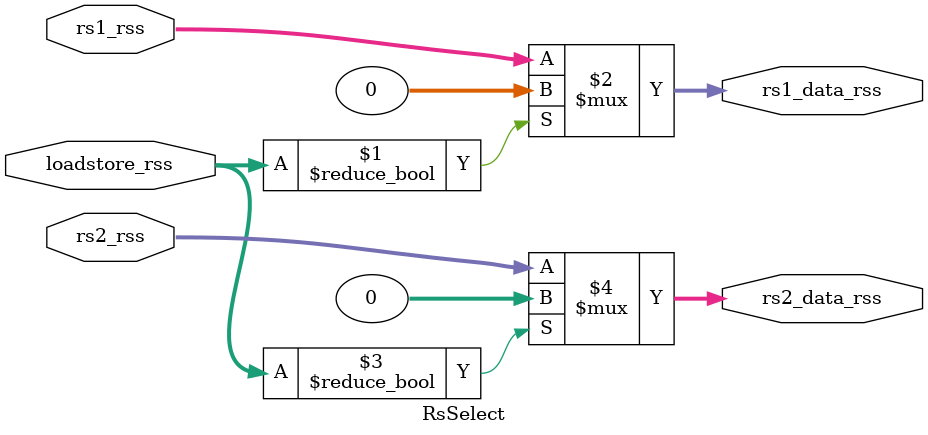
<source format=v>
module RsSelect (
    input  wire [1:0]  loadstore_rss,  // 1 = load/store, 0 = ALU normal
	 input  wire [31:0] rs1_rss,
	 input  wire [31:0] rs2_rss,
    output wire [31:0] rs1_data_rss,
	 output wire [31:0] rs2_data_rss

);

    assign rs1_data_rss = (loadstore_rss != 2'b00) ? 0 : rs1_rss;
    assign rs2_data_rss = (loadstore_rss != 2'b00) ? 0 : rs2_rss;


endmodule

</source>
